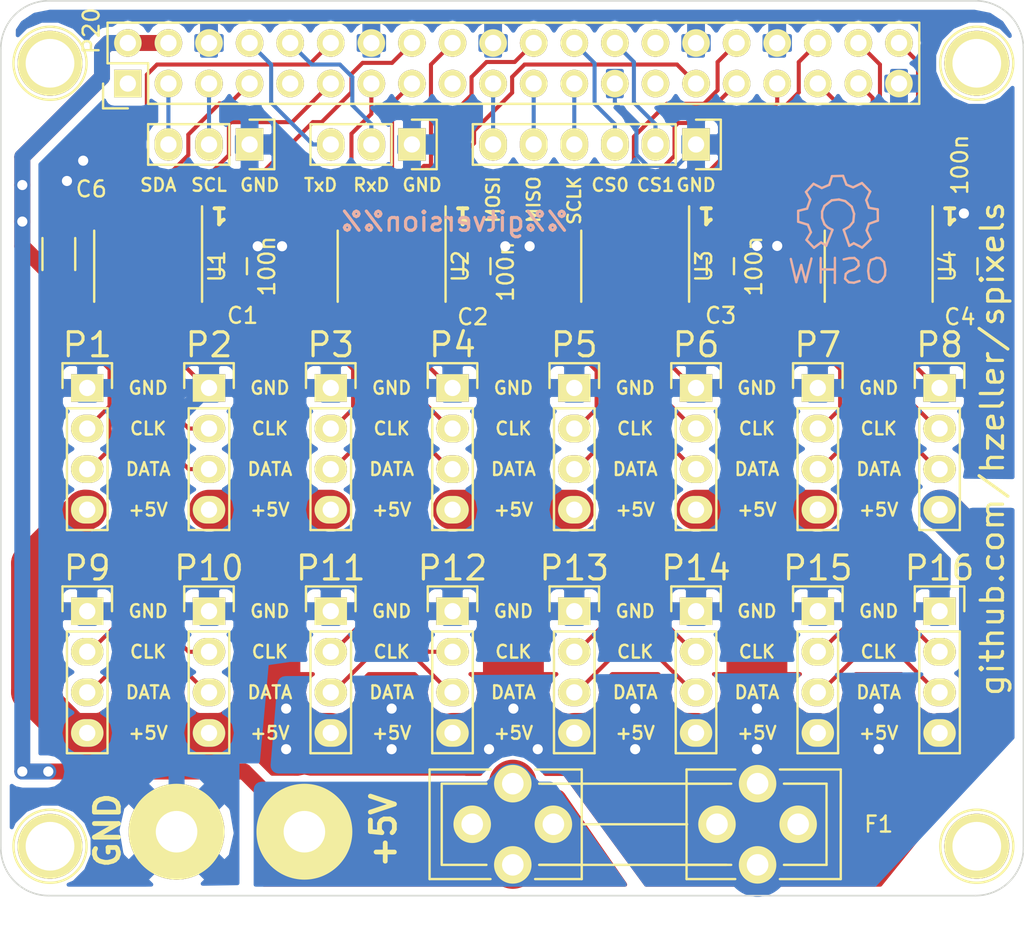
<source format=kicad_pcb>
(kicad_pcb (version 20241229) (generator "pcbnew") (generator_version "9.0")
  (layers (0 "F.Cu" signal) (2 "B.Cu" signal) (13 "F.Paste" user) (15 "B.Paste" user) (5 "F.SilkS" user) (7 "B.SilkS" user) (1 "F.Mask" user) (3 "B.Mask" user) (25 "Edge.Cuts" user))
  (net 0 "")
  (net 1 "VCC")
  (net 2 "GND")
  (net 3 "clock")
  (net 4 "Net-(P20-Pad10)")
  (net 5 "Net-(P20-Pad3)")
  (net 6 "Net-(P20-Pad5)")
  (net 7 "D1")
  (net 8 "D2")
  (net 9 "D3")
  (net 10 "D5")
  (net 11 "D4")
  (net 12 "D6")
  (net 13 "D7")
  (net 14 "D9")
  (net 15 "D8")
  (net 16 "D11")
  (net 17 "D10")
  (net 18 "D12")
  (net 19 "D13")
  (net 20 "D15")
  (net 21 "D14")
  (net 22 "D16")
  (net 23 "Net-(P2-Pad2)")
  (net 24 "Net-(P2-Pad3)")
  (net 25 "Net-(P10-Pad2)")
  (net 26 "Net-(P10-Pad3)")
  (net 27 "Net-(P9-Pad2)")
  (net 28 "Net-(P9-Pad3)")
  (net 29 "Net-(P1-Pad2)")
  (net 30 "Net-(P1-Pad3)")
  (net 31 "Net-(P4-Pad2)")
  (net 32 "Net-(P4-Pad3)")
  (net 33 "Net-(P12-Pad2)")
  (net 34 "Net-(P12-Pad3)")
  (net 35 "Net-(P11-Pad2)")
  (net 36 "Net-(P11-Pad3)")
  (net 37 "Net-(P3-Pad2)")
  (net 38 "Net-(P3-Pad3)")
  (net 39 "Net-(P6-Pad2)")
  (net 40 "Net-(P6-Pad3)")
  (net 41 "Net-(P14-Pad2)")
  (net 42 "Net-(P14-Pad3)")
  (net 43 "Net-(P13-Pad2)")
  (net 44 "Net-(P13-Pad3)")
  (net 45 "Net-(P5-Pad2)")
  (net 46 "Net-(P5-Pad3)")
  (net 47 "Net-(P8-Pad2)")
  (net 48 "Net-(P8-Pad3)")
  (net 49 "Net-(P16-Pad2)")
  (net 50 "Net-(P16-Pad3)")
  (net 51 "Net-(P15-Pad2)")
  (net 52 "Net-(P15-Pad3)")
  (net 53 "Net-(P7-Pad2)")
  (net 54 "Net-(P7-Pad3)")
  (net 55 "Fused5V")
  (net 56 "CS0")
  (net 57 "CS1")
  (net 58 "/MOSI")
  (net 59 "/MISO")
  (net 60 "/SCLK")
  (net 61 "Net-(P20-Pad8)")
  (footprint "Capacitors_SMD:C_0805_HandSoldering" (layer "F.Cu") (at 114.554 54.61 90)
    (property "Reference" "C1")
    (property "Value" "100n")
  )
  (footprint "Capacitors_SMD:C_0805_HandSoldering" (layer "F.Cu") (at 129.794 54.61 90)
    (property "Reference" "C2")
    (property "Value" "100n")
  )
  (footprint "Capacitors_SMD:C_0805_HandSoldering" (layer "F.Cu") (at 145.034 54.61 90)
    (property "Reference" "C3")
    (property "Value" "100n")
  )
  (footprint "Capacitors_SMD:C_0805_HandSoldering" (layer "F.Cu") (at 160.274 54.61 90)
    (property "Reference" "C4")
    (property "Value" "100n")
  )
  (footprint "Pin_Headers:Pin_Header_Straight_2x20" (layer "F.Cu") (at 107.95 43.18 90)
    (property "Reference" "P20")
    (property "Value" "CONN_02X20" (hide yes))
  )
  (footprint "Connect:1pin" (layer "F.Cu") (at 103.08 41.91)
    (property "Reference" "P40" (hide yes))
    (property "Value" "CONN_01X01" (hide yes))
  )
  (footprint "Connect:1pin" (layer "F.Cu") (at 161.08 41.91)
    (property "Reference" "P41" (hide yes))
    (property "Value" "CONN_01X01" (hide yes))
  )
  (footprint "Capacitors_SMD:C_1206_HandSoldering" (layer "F.Cu") (at 103.632 53.848 90)
    (property "Reference" "C6")
    (property "Value" "22u")
  )
  (footprint "Pin_Headers:Pin_Header_Straight_1x01" (layer "F.Cu") (at 119 90 90)
    (property "Reference" "P30" (hide yes))
    (property "Value" "+5V")
  )
  (footprint "Pin_Headers:Pin_Header_Straight_1x01" (layer "F.Cu") (at 111 90 90)
    (property "Reference" "P31" (hide yes))
    (property "Value" "GND")
  )
  (footprint "Pin_Headers:Pin_Header_Straight_1x06" (layer "F.Cu") (at 143.51 46.99 -90)
    (property "Reference" "P22" (hide yes))
    (property "Value" "CONN_01X06")
  )
  (footprint "Pin_Headers:Pin_Header_Straight_1x03" (layer "F.Cu") (at 115.57 46.99 -90)
    (property "Reference" "P21" (hide yes))
    (property "Value" "CONN_01X03")
  )
  (footprint "Pin_Headers:Pin_Header_Straight_1x03" (layer "F.Cu") (at 125.73 46.99 -90)
    (property "Reference" "P23" (hide yes))
    (property "Value" "CONN_01X03")
  )
  (footprint "Pin_Headers:Pin_Header_Straight_1x04" (layer "F.Cu") (at 113.03 62.23)
    (property "Reference" "P2")
    (property "Value" "CONN_01X04")
  )
  (footprint "Pin_Headers:Pin_Header_Straight_1x04" (layer "F.Cu") (at 113.03 76.2)
    (property "Reference" "P10")
    (property "Value" "CONN_01X04")
  )
  (footprint "Pin_Headers:Pin_Header_Straight_1x04" (layer "F.Cu") (at 105.41 76.2)
    (property "Reference" "P9")
    (property "Value" "CONN_01X04")
  )
  (footprint "Pin_Headers:Pin_Header_Straight_1x04" (layer "F.Cu") (at 105.41 62.23)
    (property "Reference" "P1")
    (property "Value" "CONN_01X04")
  )
  (footprint "Pin_Headers:Pin_Header_Straight_1x04" (layer "F.Cu") (at 128.27 62.23)
    (property "Reference" "P4")
    (property "Value" "CONN_01X04")
  )
  (footprint "Pin_Headers:Pin_Header_Straight_1x04" (layer "F.Cu") (at 128.27 76.2)
    (property "Reference" "P12")
    (property "Value" "CONN_01X04")
  )
  (footprint "Pin_Headers:Pin_Header_Straight_1x04" (layer "F.Cu") (at 120.65 76.2)
    (property "Reference" "P11")
    (property "Value" "CONN_01X04")
  )
  (footprint "Pin_Headers:Pin_Header_Straight_1x04" (layer "F.Cu") (at 120.65 62.23)
    (property "Reference" "P3")
    (property "Value" "CONN_01X04")
  )
  (footprint "Pin_Headers:Pin_Header_Straight_1x04" (layer "F.Cu") (at 143.51 62.23)
    (property "Reference" "P6")
    (property "Value" "CONN_01X04")
  )
  (footprint "Pin_Headers:Pin_Header_Straight_1x04" (layer "F.Cu") (at 143.51 76.2)
    (property "Reference" "P14")
    (property "Value" "CONN_01X04")
  )
  (footprint "Pin_Headers:Pin_Header_Straight_1x04" (layer "F.Cu") (at 135.89 76.2)
    (property "Reference" "P13")
    (property "Value" "CONN_01X04")
  )
  (footprint "Pin_Headers:Pin_Header_Straight_1x04" (layer "F.Cu") (at 135.89 62.23)
    (property "Reference" "P5")
    (property "Value" "CONN_01X04")
  )
  (footprint "Pin_Headers:Pin_Header_Straight_1x04" (layer "F.Cu") (at 158.75 62.23)
    (property "Reference" "P8")
    (property "Value" "CONN_01X04")
  )
  (footprint "Pin_Headers:Pin_Header_Straight_1x04" (layer "F.Cu") (at 158.75 76.2)
    (property "Reference" "P16")
    (property "Value" "CONN_01X04")
  )
  (footprint "Pin_Headers:Pin_Header_Straight_1x04" (layer "F.Cu") (at 151.13 76.2)
    (property "Reference" "P15")
    (property "Value" "CONN_01X04")
  )
  (footprint "Pin_Headers:Pin_Header_Straight_1x04" (layer "F.Cu") (at 151.13 62.23)
    (property "Reference" "P7")
    (property "Value" "CONN_01X04")
  )
  (footprint "Housings_SSOP:TSSOP-20_4.4x6.5mm_Pitch0.65mm" (layer "F.Cu") (at 109.22 54.61 -90)
    (property "Reference" "U1")
    (property "Value" "74HCT245")
  )
  (footprint "Housings_SSOP:TSSOP-20_4.4x6.5mm_Pitch0.65mm" (layer "F.Cu") (at 124.46 54.61 -90)
    (property "Reference" "U2")
    (property "Value" "74HCT245")
  )
  (footprint "Housings_SSOP:TSSOP-20_4.4x6.5mm_Pitch0.65mm" (layer "F.Cu") (at 139.7 54.61 -90)
    (property "Reference" "U3")
    (property "Value" "74HCT245")
  )
  (footprint "Housings_SSOP:TSSOP-20_4.4x6.5mm_Pitch0.65mm" (layer "F.Cu") (at 154.94 54.61 -90)
    (property "Reference" "U4")
    (property "Value" "74HCT245")
  )
  (footprint "Connect:1pin" (layer "F.Cu") (at 103.08 90.91)
    (property "Reference" "P40" (hide yes))
    (property "Value" "CONN_01X01" (hide yes))
  )
  (footprint "Connect:1pin" (layer "F.Cu") (at 161.08 90.91)
    (property "Reference" "P43" (hide yes))
    (property "Value" "CONN_01X01" (hide yes))
  )
  (footprint "Fuse_Holders_and_Fuses:Fuseholder5x20_horiz_open_universal_Type-III" (layer "F.Cu") (at 139.7 89.535)
    (property "Reference" "F1")
    (property "Value" "FUSE")
  )
  (footprint "Symbols:Symbol_OSHW-Logo_SilkScreen" (layer "B.Cu") (at 152.4 51.435 180)
    (property "Reference" "REF**" (hide yes))
    (property "Value" "Symbol_OSHW-Logo_SilkScreen" (hide yes))
  )
  (gr_line (start 100 91) (end 100 41) (stroke (width 0.1)) (layer "Edge.Cuts"))
  (gr_line (start 164 41) (end 164 91) (stroke (width 0.1)) (layer "Edge.Cuts"))
  (gr_line (start 161 94) (end 103 94) (stroke (width 0.1)) (layer "Edge.Cuts"))
  (gr_line (start 103 38) (end 161 38) (stroke (width 0.1)) (layer "Edge.Cuts"))
  (gr_arc (start 164 91) (mid 163.12132 93.12132) (end 161 94) (stroke (width 0.1)) (layer "Edge.Cuts"))
  (gr_arc (start 100 41) (mid 100.87868 38.87868) (end 103 38) (stroke (width 0.1)) (layer "Edge.Cuts"))
  (gr_arc (start 103 94) (mid 100.87868 93.12132) (end 100 91) (stroke (width 0.1)) (layer "Edge.Cuts"))
  (gr_arc (start 161 38) (mid 163.12132 38.87868) (end 164 41) (stroke (width 0.1)) (layer "Edge.Cuts"))
  (gr_text "RxD" (at 123.19 49.53 0) (layer "F.SilkS") (effects (font (size 0.8 0.8))))
  (gr_text "SDA" (at 109.855 49.53 0) (layer "F.SilkS") (effects (font (size 0.8 0.8))))
  (gr_text "SCL" (at 113.03 49.53 0) (layer "F.SilkS") (effects (font (size 0.8 0.8))))
  (gr_text "GND" (at 116.205 49.53 0) (layer "F.SilkS") (effects (font (size 0.8 0.8))))
  (gr_text "GND" (at 126.365 49.53 0) (layer "F.SilkS") (effects (font (size 0.8 0.8))))
  (gr_text "MOSI" (at 130.81 48.895 90) (layer "F.SilkS") (effects (font (size 0.8 0.8)) (justify right)))
  (gr_text "MISO\n" (at 133.35 48.895 90) (layer "F.SilkS") (effects (font (size 0.8 0.8)) (justify right)))
  (gr_text "SCLK\n" (at 135.89 48.895 90) (layer "F.SilkS") (effects (font (size 0.8 0.8)) (justify right)))
  (gr_text "CS0" (at 139.3952 49.53 0) (layer "F.SilkS") (effects (font (size 0.8 0.8)) (justify right)))
  (gr_text "CS1" (at 142.24 49.53 0) (layer "F.SilkS") (effects (font (size 0.8 0.8)) (justify right)))
  (gr_text "GND" (at 144.8308 49.53 0) (layer "F.SilkS") (effects (font (size 0.8 0.8)) (justify right)))
  (gr_text "GND" (at 116.84 62.23 0) (layer "F.SilkS") (effects (font (size 0.8 0.8))))
  (gr_text "CLK" (at 116.84 64.77 0) (layer "F.SilkS") (effects (font (size 0.8 0.8))))
  (gr_text "DATA" (at 116.84 67.31 0) (layer "F.SilkS") (effects (font (size 0.8 0.8))))
  (gr_text "+5V" (at 116.84 69.85 0) (layer "F.SilkS") (effects (font (size 0.8 0.8))))
  (gr_text "GND" (at 116.84 76.2 0) (layer "F.SilkS") (effects (font (size 0.8 0.8))))
  (gr_text "+5V" (at 116.84 83.82 0) (layer "F.SilkS") (effects (font (size 0.8 0.8))))
  (gr_text "DATA" (at 116.84 81.28 0) (layer "F.SilkS") (effects (font (size 0.8 0.8))))
  (gr_text "CLK" (at 116.84 78.74 0) (layer "F.SilkS") (effects (font (size 0.8 0.8))))
  (gr_text "GND" (at 132.08 76.2 0) (layer "F.SilkS") (effects (font (size 0.8 0.8))))
  (gr_text "+5V" (at 132.08 83.82 0) (layer "F.SilkS") (effects (font (size 0.8 0.8))))
  (gr_text "DATA" (at 132.08 81.28 0) (layer "F.SilkS") (effects (font (size 0.8 0.8))))
  (gr_text "CLK" (at 132.08 78.74 0) (layer "F.SilkS") (effects (font (size 0.8 0.8))))
  (gr_text "GND" (at 132.08 62.23 0) (layer "F.SilkS") (effects (font (size 0.8 0.8))))
  (gr_text "+5V" (at 132.08 69.85 0) (layer "F.SilkS") (effects (font (size 0.8 0.8))))
  (gr_text "DATA" (at 132.08 67.31 0) (layer "F.SilkS") (effects (font (size 0.8 0.8))))
  (gr_text "CLK" (at 132.08 64.77 0) (layer "F.SilkS") (effects (font (size 0.8 0.8))))
  (gr_text "GND" (at 147.32 62.23 0) (layer "F.SilkS") (effects (font (size 0.8 0.8))))
  (gr_text "+5V" (at 147.32 69.85 0) (layer "F.SilkS") (effects (font (size 0.8 0.8))))
  (gr_text "DATA" (at 147.32 67.31 0) (layer "F.SilkS") (effects (font (size 0.8 0.8))))
  (gr_text "CLK" (at 147.32 64.77 0) (layer "F.SilkS") (effects (font (size 0.8 0.8))))
  (gr_text "GND" (at 147.32 76.2 0) (layer "F.SilkS") (effects (font (size 0.8 0.8))))
  (gr_text "+5V" (at 147.32 83.82 0) (layer "F.SilkS") (effects (font (size 0.8 0.8))))
  (gr_text "DATA" (at 147.32 81.28 0) (layer "F.SilkS") (effects (font (size 0.8 0.8))))
  (gr_text "CLK" (at 147.32 78.74 0) (layer "F.SilkS") (effects (font (size 0.8 0.8))))
  (gr_text "GND" (at 154.94 76.2 0) (layer "F.SilkS") (effects (font (size 0.8 0.8))))
  (gr_text "+5V" (at 154.94 83.82 0) (layer "F.SilkS") (effects (font (size 0.8 0.8))))
  (gr_text "DATA" (at 154.94 81.28 0) (layer "F.SilkS") (effects (font (size 0.8 0.8))))
  (gr_text "CLK" (at 154.94 78.74 0) (layer "F.SilkS") (effects (font (size 0.8 0.8))))
  (gr_text "GND" (at 154.94 62.23 0) (layer "F.SilkS") (effects (font (size 0.8 0.8))))
  (gr_text "+5V" (at 154.94 69.85 0) (layer "F.SilkS") (effects (font (size 0.8 0.8))))
  (gr_text "DATA" (at 154.94 67.31 0) (layer "F.SilkS") (effects (font (size 0.8 0.8))))
  (gr_text "CLK" (at 154.94 64.77 0) (layer "F.SilkS") (effects (font (size 0.8 0.8))))
  (gr_text "GND" (at 124.46 62.23 0) (layer "F.SilkS") (effects (font (size 0.8 0.8))))
  (gr_text "+5V" (at 124.46 69.85 0) (layer "F.SilkS") (effects (font (size 0.8 0.8))))
  (gr_text "DATA" (at 124.46 67.31 0) (layer "F.SilkS") (effects (font (size 0.8 0.8))))
  (gr_text "CLK" (at 124.46 64.77 0) (layer "F.SilkS") (effects (font (size 0.8 0.8))))
  (gr_text "GND" (at 109.22 62.23 0) (layer "F.SilkS") (effects (font (size 0.8 0.8))))
  (gr_text "+5V" (at 109.22 69.85 0) (layer "F.SilkS") (effects (font (size 0.8 0.8))))
  (gr_text "DATA" (at 109.22 67.31 0) (layer "F.SilkS") (effects (font (size 0.8 0.8))))
  (gr_text "CLK" (at 109.22 64.77 0) (layer "F.SilkS") (effects (font (size 0.8 0.8))))
  (gr_text "GND" (at 109.22 76.2 0) (layer "F.SilkS") (effects (font (size 0.8 0.8))))
  (gr_text "+5V" (at 109.22 83.82 0) (layer "F.SilkS") (effects (font (size 0.8 0.8))))
  (gr_text "DATA" (at 109.22 81.28 0) (layer "F.SilkS") (effects (font (size 0.8 0.8))))
  (gr_text "CLK" (at 109.22 78.74 0) (layer "F.SilkS") (effects (font (size 0.8 0.8))))
  (gr_text "GND" (at 124.46 76.2 0) (layer "F.SilkS") (effects (font (size 0.8 0.8))))
  (gr_text "+5V" (at 124.46 83.82 0) (layer "F.SilkS") (effects (font (size 0.8 0.8))))
  (gr_text "DATA" (at 124.46 81.28 0) (layer "F.SilkS") (effects (font (size 0.8 0.8))))
  (gr_text "CLK" (at 124.46 78.74 0) (layer "F.SilkS") (effects (font (size 0.8 0.8))))
  (gr_text "GND" (at 139.7 76.2 0) (layer "F.SilkS") (effects (font (size 0.8 0.8))))
  (gr_text "+5V" (at 139.7 83.82 0) (layer "F.SilkS") (effects (font (size 0.8 0.8))))
  (gr_text "DATA" (at 139.7 81.28 0) (layer "F.SilkS") (effects (font (size 0.8 0.8))))
  (gr_text "CLK" (at 139.7 78.74 0) (layer "F.SilkS") (effects (font (size 0.8 0.8))))
  (gr_text "GND" (at 139.7 62.23 0) (layer "F.SilkS") (effects (font (size 0.8 0.8))))
  (gr_text "+5V" (at 139.7 69.85 0) (layer "F.SilkS") (effects (font (size 0.8 0.8))))
  (gr_text "DATA" (at 139.7 67.31 0) (layer "F.SilkS") (effects (font (size 0.8 0.8))))
  (gr_text "CLK" (at 139.7 64.77 0) (layer "F.SilkS") (effects (font (size 0.8 0.8))))
  (gr_text "+5V" (at 123.952 89.916 90) (layer "F.SilkS") (effects (font (size 1.5 1.5) (thickness 0.3))))
  (gr_text "1" (at 159.385 51.435 180) (layer "F.SilkS") (effects (font (size 1 1) (thickness 0.25))))
  (gr_text "GND\n" (at 106.68 89.916 90) (layer "F.SilkS") (effects (font (size 1.5 1.5) (thickness 0.3))))
  (gr_text "1" (at 113.665 51.435 180) (layer "F.SilkS") (effects (font (size 1 1) (thickness 0.25))))
  (gr_text "github.com/hzeller/spixels" (at 162.052 66.04 90) (layer "F.SilkS") (effects (font (size 1.4 1.5) (thickness 0.2))))
  (gr_text "1" (at 128.905 51.435 180) (layer "F.SilkS") (effects (font (size 1 1) (thickness 0.25))))
  (gr_text "1" (at 144.145 51.435 180) (layer "F.SilkS") (effects (font (size 1 1) (thickness 0.25))))
  (gr_text "TxD" (at 120.015 49.53 0) (layer "F.SilkS") (effects (font (size 0.8 0.8))))
  (gr_text "%%gitversion%%" (at 135.636 51.816 0) (layer "B.SilkS") (effects (font (size 1.2 1.2) (thickness 0.2)) (justify left mirror)))
  (segment (start 106.332399 41.036287) (end 106.728686 40.64) (width 1) (layer "F.Cu") (net 1))
  (segment (start 103.632 55.848) (end 103.632 55.648) (width 1) (layer "F.Cu") (net 1))
  (segment (start 127.385 55.983) (end 127.385 57.56) (width 0.3048) (layer "F.Cu") (net 1))
  (segment (start 127.385 51.66) (end 127.385 55.737) (width 0.3048) (layer "F.Cu") (net 1))
  (segment (start 106.728686 40.64) (end 107.95 40.64) (width 1) (layer "F.Cu") (net 1))
  (segment (start 127.508 55.86) (end 129.794 55.86) (width 1) (layer "F.Cu") (net 1))
  (segment (start 157.988 55.86) (end 160.274 55.86) (width 1) (layer "F.Cu") (net 1))
  (segment (start 103.632 55.648) (end 101.346 53.362) (width 1) (layer "F.Cu") (net 1))
  (segment (start 132.0419 92.075) (end 129.5019 89.535) (width 2.5) (layer "F.Cu") (net 1))
  (segment (start 101.346 53.362) (end 101.346 51.816) (width 1) (layer "F.Cu") (net 1))
  (segment (start 112.145 55.979) (end 112.014 55.848) (width 0.3048) (layer "F.Cu") (net 1))
  (segment (start 116.179 55.86) (end 127.508 55.86) (width 1) (layer "F.Cu") (net 1))
  (segment (start 129.5019 89.535) (end 132.0419 86.995) (width 2.5) (layer "F.Cu") (net 1))
  (segment (start 114.554 55.86) (end 116.179 55.86) (width 1) (layer "F.Cu") (net 1))
  (segment (start 101.346 47.767282) (end 106.332399 42.780883) (width 1) (layer "F.Cu") (net 1))
  (segment (start 146.659 55.86) (end 157.988 55.86) (width 1) (layer "F.Cu") (net 1))
  (segment (start 112.145 57.56) (end 112.145 55.979) (width 0.3048) (layer "F.Cu") (net 1))
  (segment (start 129.794 55.86) (end 142.748 55.86) (width 1) (layer "F.Cu") (net 1))
  (segment (start 132.0419 86.995) (end 132.0419 92.075) (width 3) (layer "F.Cu") (net 1))
  (segment (start 157.988 55.86) (end 157.865 55.983) (width 0.3048) (layer "F.Cu") (net 1))
  (segment (start 101.346 49.53) (end 101.346 47.767282) (width 1) (layer "F.Cu") (net 1))
  (segment (start 106.332399 42.780883) (end 106.332399 41.036287) (width 1) (layer "F.Cu") (net 1))
  (segment (start 127.508 55.86) (end 127.385 55.983) (width 0.3048) (layer "F.Cu") (net 1))
  (segment (start 114.542 55.848) (end 114.554 55.86) (width 1) (layer "F.Cu") (net 1))
  (segment (start 142.625 51.66) (end 142.625 55.737) (width 0.3048) (layer "F.Cu") (net 1))
  (segment (start 101.346 49.53) (end 101.346 51.816) (width 1) (layer "F.Cu") (net 1))
  (segment (start 132.0419 86.995) (end 134.5819 89.535) (width 2.5) (layer "F.Cu") (net 1))
  (segment (start 112.145 55.717) (end 112.014 55.848) (width 0.3048) (layer "F.Cu") (net 1))
  (segment (start 107.95 40.64) (end 110.49 40.64) (width 1) (layer "F.Cu") (net 1))
  (segment (start 127.385 55.737) (end 127.508 55.86) (width 0.3048) (layer "F.Cu") (net 1))
  (segment (start 115.233 86.233) (end 101.346 86.233) (width 1) (layer "F.Cu") (net 1))
  (segment (start 142.625 55.983) (end 142.625 57.56) (width 0.3048) (layer "F.Cu") (net 1))
  (segment (start 119 90) (end 115.233 86.233) (width 1) (layer "F.Cu") (net 1))
  (segment (start 142.748 55.86) (end 142.625 55.983) (width 0.3048) (layer "F.Cu") (net 1))
  (segment (start 112.014 55.848) (end 114.542 55.848) (width 1) (layer "F.Cu") (net 1))
  (segment (start 119 90) (end 129.0369 90) (width 6) (layer "F.Cu") (net 1))
  (segment (start 142.748 55.86) (end 145.034 55.86) (width 1) (layer "F.Cu") (net 1))
  (segment (start 134.5819 89.535) (end 132.0419 92.075) (width 2.5) (layer "F.Cu") (net 1))
  (segment (start 157.865 55.737) (end 157.988 55.86) (width 0.3048) (layer "F.Cu") (net 1))
  (segment (start 112.145 51.66) (end 112.145 55.717) (width 0.3048) (layer "F.Cu") (net 1))
  (segment (start 145.034 55.86) (end 146.659 55.86) (width 1) (layer "F.Cu") (net 1))
  (segment (start 157.865 51.66) (end 157.865 55.737) (width 0.3048) (layer "F.Cu") (net 1))
  (segment (start 157.865 55.983) (end 157.865 57.56) (width 0.3048) (layer "F.Cu") (net 1))
  (segment (start 103.632 55.848) (end 112.014 55.848) (width 1) (layer "F.Cu") (net 1))
  (segment (start 142.625 55.737) (end 142.748 55.86) (width 0.3048) (layer "F.Cu") (net 1))
  (via (at 102.9716 86.233) (size 0.889) (drill 0.635) (layers "F.Cu" "B.Cu") (net 1))
  (via (at 101.346 49.53) (size 0.889) (drill 0.635) (layers "F.Cu" "B.Cu") (net 1))
  (via (at 101.346 51.816) (size 0.889) (drill 0.635) (layers "F.Cu" "B.Cu") (net 1))
  (via (at 101.346 86.233) (size 0.889) (drill 0.635) (layers "F.Cu" "B.Cu") (net 1))
  (segment (start 106.728686 40.64) (end 107.95 40.64) (width 1) (layer "B.Cu") (net 1))
  (segment (start 106.332399 42.780883) (end 106.332399 41.036287) (width 1) (layer "B.Cu") (net 1))
  (segment (start 132.0419 92.075) (end 134.5819 89.535) (width 2.5) (layer "B.Cu") (net 1))
  (segment (start 134.5819 89.535) (end 129.5019 89.535) (width 3) (layer "B.Cu") (net 1))
  (segment (start 101.346 47.767282) (end 106.332399 42.780883) (width 1) (layer "B.Cu") (net 1))
  (segment (start 101.346 86.233) (end 102.9716 86.233) (width 1) (layer "B.Cu") (net 1))
  (segment (start 134.5819 89.535) (end 132.0419 86.995) (width 2.5) (layer "B.Cu") (net 1))
  (segment (start 129.5019 89.535) (end 132.0419 92.075) (width 2.5) (layer "B.Cu") (net 1))
  (segment (start 106.332399 41.036287) (end 106.728686 40.64) (width 1) (layer "B.Cu") (net 1))
  (segment (start 129.0369 90) (end 129.5019 89.535) (width 4) (layer "B.Cu") (net 1))
  (segment (start 132.0419 86.995) (end 129.5019 89.535) (width 2.5) (layer "B.Cu") (net 1))
  (segment (start 119 90) (end 129.0369 90) (width 6) (layer "B.Cu") (net 1))
  (segment (start 101.346 86.233) (end 101.346 47.767282) (width 1) (layer "B.Cu") (net 1))
  (segment (start 160.274 53.36) (end 160.274 51.308) (width 1) (layer "F.Cu") (net 2))
  (segment (start 150.114 53.34) (end 151.685999 51.768001) (width 1) (layer "F.Cu") (net 2))
  (segment (start 104.14 49.022) (end 105.156 48.006) (width 1) (layer "F.Cu") (net 2))
  (segment (start 103.632 51.848) (end 105.886 51.848) (width 1) (layer "F.Cu") (net 2))
  (segment (start 136.3 51.66) (end 136.445999 51.66) (width 1) (layer "F.Cu") (net 2))
  (segment (start 112.8776 62.23) (end 113.03 62.23) (width 0.254) (layer "F.Cu") (net 2))
  (segment (start 105.886 51.848) (end 105.965999 51.768001) (width 1) (layer "F.Cu") (net 2))
  (segment (start 103.632 51.848) (end 103.632 49.784) (width 1) (layer "F.Cu") (net 2))
  (segment (start 148.59 53.34) (end 150.114 53.34) (width 1) (layer "F.Cu") (net 2))
  (segment (start 119.3052 53.36) (end 117.602 53.36) (width 1) (layer "F.Cu") (net 2))
  (segment (start 128.1176 62.23) (end 128.27 62.23) (width 0.254) (layer "F.Cu") (net 2))
  (segment (start 120.5952 52.07) (end 120.3412 52.324) (width 0.3048) (layer "F.Cu") (net 2))
  (segment (start 129.794 53.36) (end 131.572 53.36) (width 1) (layer "F.Cu") (net 2))
  (segment (start 120.3412 52.324) (end 119.3052 53.36) (width 1) (layer "F.Cu") (net 2))
  (segment (start 147.3 53.36) (end 147.32 53.34) (width 1) (layer "F.Cu") (net 2))
  (segment (start 111.495 60.8474) (end 112.8776 62.23) (width 0.254) (layer "F.Cu") (net 2))
  (segment (start 111.495 57.56) (end 111.495 60.8474) (width 0.254) (layer "F.Cu") (net 2))
  (segment (start 158.5976 62.23) (end 158.75 62.23) (width 0.254) (layer "F.Cu") (net 2))
  (segment (start 143.3576 62.23) (end 143.51 62.23) (width 0.254) (layer "F.Cu") (net 2))
  (segment (start 134.6 53.36) (end 136.3 51.66) (width 1) (layer "F.Cu") (net 2))
  (segment (start 157.215 60.8474) (end 158.5976 62.23) (width 0.254) (layer "F.Cu") (net 2))
  (segment (start 147.32 53.34) (end 148.59 53.34) (width 1) (layer "F.Cu") (net 2))
  (segment (start 103.632 49.784) (end 104.14 49.276) (width 1) (layer "F.Cu") (net 2))
  (segment (start 141.975 60.8474) (end 143.3576 62.23) (width 0.254) (layer "F.Cu") (net 2))
  (segment (start 131.572 53.36) (end 133.096 53.36) (width 1) (layer "F.Cu") (net 2))
  (segment (start 157.215 57.56) (end 157.215 60.8474) (width 0.254) (layer "F.Cu") (net 2))
  (segment (start 126.735 60.8474) (end 128.1176 62.23) (width 0.254) (layer "F.Cu") (net 2))
  (segment (start 136.775 52.16) (end 136.775 51.66) (width 0.3048) (layer "F.Cu") (net 2))
  (segment (start 121.535 51.66) (end 121.158 51.66) (width 0.3048) (layer "F.Cu") (net 2))
  (segment (start 121.0052 51.66) (end 120.5952 52.07) (width 1) (layer "F.Cu") (net 2))
  (segment (start 151.794 51.66) (end 151.685999 51.768001) (width 0.254) (layer "F.Cu") (net 2))
  (segment (start 104.14 49.276) (end 104.14 49.022) (width 1) (layer "F.Cu") (net 2))
  (segment (start 146.659 53.36) (end 147.3 53.36) (width 1) (layer "F.Cu") (net 2))
  (segment (start 133.096 53.36) (end 134.6 53.36) (width 1) (layer "F.Cu") (net 2))
  (segment (start 106.074 51.66) (end 105.886 51.848) (width 0.3048) (layer "F.Cu") (net 2))
  (segment (start 145.034 53.36) (end 146.659 53.36) (width 1) (layer "F.Cu") (net 2))
  (segment (start 117.602 53.36) (end 116.078 53.36) (width 1) (layer "F.Cu") (net 2))
  (segment (start 152.015 51.66) (end 151.794 51.66) (width 0.254) (layer "F.Cu") (net 2))
  (segment (start 121.158 51.66) (end 121.0052 51.66) (width 1) (layer "F.Cu") (net 2))
  (segment (start 114.554 53.36) (end 116.078 53.36) (width 1) (layer "F.Cu") (net 2))
  (segment (start 106.295 51.66) (end 106.074 51.66) (width 0.3048) (layer "F.Cu") (net 2))
  (segment (start 141.975 60.8474) (end 141.975 57.56) (width 0.254) (layer "F.Cu") (net 2))
  (segment (start 126.735 57.56) (end 126.735 60.8474) (width 0.254) (layer "F.Cu") (net 2))
  (via (at 105.156 48.006) (size 0.889) (drill 0.635) (layers "F.Cu" "B.Cu") (net 2))
  (via (at 147.32 53.34) (size 0.889) (drill 0.635) (layers "F.Cu" "B.Cu") (net 2))
  (via (at 133.096 53.36) (size 0.889) (drill 0.635) (layers "F.Cu" "B.Cu") (net 2))
  (via (at 104.14 49.276) (size 0.889) (drill 0.635) (layers "F.Cu" "B.Cu") (net 2))
  (via (at 148.59 53.34) (size 0.889) (drill 0.635) (layers "F.Cu" "B.Cu") (net 2))
  (via (at 117.602 53.36) (size 0.889) (drill 0.635) (layers "F.Cu" "B.Cu") (net 2))
  (via (at 116.078 53.36) (size 0.889) (drill 0.635) (layers "F.Cu" "B.Cu") (net 2))
  (via (at 131.572 53.36) (size 0.889) (drill 0.635) (layers "F.Cu" "B.Cu") (net 2))
  (via (at 160.274 51.308) (size 0.889) (drill 0.635) (layers "F.Cu" "B.Cu") (net 2))
  (segment (start 111 86) (end 111 90) (width 1) (layer "B.Cu") (net 2))
  (segment (start 138.43 44.401314) (end 139.77939 45.750704) (width 0.254) (layer "B.Cu") (net 2))
  (segment (start 120.65 76.2) (end 128.27 76.2) (width 1) (layer "B.Cu") (net 2))
  (segment (start 128.27 76.2) (end 135.89 76.2) (width 1) (layer "B.Cu") (net 2))
  (segment (start 109.22 76.2) (end 109.22 84.455) (width 1) (layer "B.Cu") (net 2))
  (segment (start 135.89 62.23) (end 143.51 62.23) (width 1) (layer "B.Cu") (net 2))
  (segment (start 140.476834 48.33301) (end 142.31939 48.33301) (width 0.254) (layer "B.Cu") (net 2))
  (segment (start 104.14 49.276) (end 104.902 48.514) (width 1) (layer "B.Cu") (net 2))
  (segment (start 143.51 47.1424) (end 143.51 46.99) (width 0.254) (layer "B.Cu") (net 2))
  (segment (start 143.51 62.23) (end 151.13 62.23) (width 1) (layer "B.Cu") (net 2))
  (segment (start 160.274 51.308) (end 160.782 51.308) (width 1) (layer "B.Cu") (net 2))
  (segment (start 105.41 62.23) (end 113.03 62.23) (width 1) (layer "B.Cu") (net 2))
  (segment (start 109.22 84.455) (end 109.455 84.455) (width 1) (layer "B.Cu") (net 2))
  (segment (start 139.77939 45.750704) (end 139.77939 47.635566) (width 0.254) (layer "B.Cu") (net 2))
  (segment (start 109.455 84.455) (end 111 86) (width 1) (layer "B.Cu") (net 2))
  (segment (start 151.13 62.23) (end 158.75 62.23) (width 1) (layer "B.Cu") (net 2))
  (segment (start 128.27 62.23) (end 135.89 62.23) (width 1) (layer "B.Cu") (net 2))
  (segment (start 112.8776 62.23) (end 109.22 65.8876) (width 1) (layer "B.Cu") (net 2))
  (segment (start 139.77939 47.635566) (end 140.476834 48.33301) (width 0.254) (layer "B.Cu") (net 2))
  (segment (start 151.13 76.2) (end 158.75 76.2) (width 1) (layer "B.Cu") (net 2))
  (segment (start 143.51 76.2) (end 151.13 76.2) (width 1) (layer "B.Cu") (net 2))
  (segment (start 120.65 62.23) (end 128.27 62.23) (width 1) (layer "B.Cu") (net 2))
  (segment (start 109.22 65.8876) (end 109.22 76.2) (width 1) (layer "B.Cu") (net 2))
  (segment (start 135.89 76.2) (end 143.51 76.2) (width 1) (layer "B.Cu") (net 2))
  (segment (start 142.31939 48.33301) (end 143.51 47.1424) (width 0.254) (layer "B.Cu") (net 2))
  (segment (start 138.43 43.18) (end 138.43 44.401314) (width 0.254) (layer "B.Cu") (net 2))
  (segment (start 113.03 62.23) (end 120.65 62.23) (width 1) (layer "B.Cu") (net 2))
  (segment (start 113.03 62.23) (end 112.8776 62.23) (width 1) (layer "B.Cu") (net 2))
  (segment (start 109.22 76.2) (end 113.03 76.2) (width 1) (layer "B.Cu") (net 2))
  (segment (start 113.03 76.2) (end 120.65 76.2) (width 1) (layer "B.Cu") (net 2))
  (segment (start 104.902 48.514) (end 105.664 48.514) (width 1) (layer "B.Cu") (net 2))
  (segment (start 105.41 76.2) (end 109.22 76.2) (width 1) (layer "B.Cu") (net 2))
  (segment (start 122.064801 50.553999) (end 122.185 50.674198) (width 0.254) (layer "F.Cu") (net 3))
  (segment (start 141.975 50.681) (end 142.102001 50.553999) (width 0.254) (layer "F.Cu") (net 3))
  (segment (start 121.94539 50.434588) (end 122.185 50.674198) (width 0.254) (layer "F.Cu") (net 3))
  (segment (start 153.965 51.66) (end 153.965 52.639) (width 0.254) (layer "F.Cu") (net 3))
  (segment (start 141.975 52.645802) (end 141.975 52.639) (width 0.254) (layer "F.Cu") (net 3))
  (segment (start 141.204602 53.4162) (end 141.975 52.645802) (width 0.254) (layer "F.Cu") (net 3))
  (segment (start 111.495 52.639) (end 111.495 51.66) (width 0.254) (layer "F.Cu") (net 3))
  (segment (start 106.945 51.66) (end 106.945 52.639) (width 0.254) (layer "F.Cu") (net 3))
  (segment (start 123.19 43.18) (end 123.19 45.077456) (width 0.254) (layer "F.Cu") (net 3))
  (segment (start 140.675 51.66) (end 140.675 52.639) (width 0.254) (layer "F.Cu") (net 3))
  (segment (start 156.387 53.467) (end 157.215 52.639) (width 0.254) (layer "F.Cu") (net 3))
  (segment (start 111.495 50.681) (end 111.622001 50.553999) (width 0.254) (layer "F.Cu") (net 3))
  (segment (start 153.493 53.467) (end 153.9748 53.467) (width 0.254) (layer "F.Cu") (net 3))
  (segment (start 122.185 50.674198) (end 122.185 50.681) (width 0.254) (layer "F.Cu") (net 3))
  (segment (start 140.6906 52.6546) (end 140.6906 53.4162) (width 0.254) (layer "F.Cu") (net 3))
  (segment (start 155.9052 52.6488) (end 155.9052 53.467) (width 0.254) (layer "F.Cu") (net 3))
  (segment (start 111.495 52.645802) (end 111.495 52.639) (width 0.254) (layer "F.Cu") (net 3))
  (segment (start 110.195 51.66) (end 110.195 52.639) (width 0.254) (layer "F.Cu") (net 3))
  (segment (start 123.4948 53.3654) (end 125.4506 53.3654) (width 0.254) (layer "F.Cu") (net 3))
  (segment (start 107.646 53.34) (end 108.2548 53.34) (width 0.254) (layer "F.Cu") (net 3))
  (segment (start 157.215 52.639) (end 157.215 51.66) (width 0.254) (layer "F.Cu") (net 3))
  (segment (start 137.297999 50.553999) (end 137.425 50.681) (width 0.254) (layer "F.Cu") (net 3))
  (segment (start 126.862001 50.553999) (end 137.297999 50.553999) (width 0.254) (layer "F.Cu") (net 3))
  (segment (start 152.665 52.639) (end 152.665 51.66) (width 0.254) (layer "F.Cu") (net 3))
  (segment (start 138.7348 53.4162) (end 140.6906 53.4162) (width 0.254) (layer "F.Cu") (net 3))
  (segment (start 153.965 52.639) (end 153.9748 52.6488) (width 0.254) (layer "F.Cu") (net 3))
  (segment (start 141.975 51.66) (end 141.975 50.681) (width 0.254) (layer "F.Cu") (net 3))
  (segment (start 153.9748 52.6488) (end 153.9748 53.467) (width 0.254) (layer "F.Cu") (net 3))
  (segment (start 110.1852 53.34) (end 110.800802 53.34) (width 0.254) (layer "F.Cu") (net 3))
  (segment (start 152.665 50.742634) (end 152.665 51.66) (width 0.254) (layer "F.Cu") (net 3))
  (segment (start 140.6906 53.4162) (end 141.204602 53.4162) (width 0.254) (layer "F.Cu") (net 3))
  (segment (start 108.245 51.66) (end 108.245 53.3302) (width 0.254) (layer "F.Cu") (net 3))
  (segment (start 155.9052 53.467) (end 156.387 53.467) (width 0.254) (layer "F.Cu") (net 3))
  (segment (start 142.102001 50.553999) (end 152.476365 50.553999) (width 0.254) (layer "F.Cu") (net 3))
  (segment (start 106.945 52.639) (end 107.646 53.34) (width 0.254) (layer "F.Cu") (net 3))
  (segment (start 111.495 51.66) (end 111.495 50.681) (width 0.254) (layer "F.Cu") (net 3))
  (segment (start 125.435 53.3498) (end 125.4506 53.3654) (width 0.254) (layer "F.Cu") (net 3))
  (segment (start 122.185 50.681) (end 122.185 51.66) (width 0.254) (layer "F.Cu") (net 3))
  (segment (start 152.476365 50.553999) (end 152.665 50.742634) (width 0.254) (layer "F.Cu") (net 3))
  (segment (start 138.725 53.4064) (end 138.7348 53.4162) (width 0.254) (layer "F.Cu") (net 3))
  (segment (start 126.735 52.645802) (end 126.735 52.639) (width 0.254) (layer "F.Cu") (net 3))
  (segment (start 126.735 52.639) (end 126.735 51.66) (width 0.254) (layer "F.Cu") (net 3))
  (segment (start 137.425 52.639) (end 137.425 51.66) (width 0.254) (layer "F.Cu") (net 3))
  (segment (start 110.800802 53.34) (end 111.495 52.645802) (width 0.254) (layer "F.Cu") (net 3))
  (segment (start 152.665 52.639) (end 153.493 53.467) (width 0.254) (layer "F.Cu") (net 3))
  (segment (start 110.1852 52.6488) (end 110.1852 53.34) (width 0.254) (layer "F.Cu") (net 3))
  (segment (start 155.915 51.66) (end 155.915 52.639) (width 0.254) (layer "F.Cu") (net 3))
  (segment (start 122.9114 53.3654) (end 123.4948 53.3654) (width 0.254) (layer "F.Cu") (net 3))
  (segment (start 138.2022 53.4162) (end 138.7348 53.4162) (width 0.254) (layer "F.Cu") (net 3))
  (segment (start 126.735 50.681) (end 126.862001 50.553999) (width 0.254) (layer "F.Cu") (net 3))
  (segment (start 108.245 53.3302) (end 108.2548 53.34) (width 0.254) (layer "F.Cu") (net 3))
  (segment (start 153.9748 53.467) (end 155.9052 53.467) (width 0.254) (layer "F.Cu") (net 3))
  (segment (start 140.675 52.639) (end 140.6906 52.6546) (width 0.254) (layer "F.Cu") (net 3))
  (segment (start 137.425 52.639) (end 138.2022 53.4162) (width 0.254) (layer "F.Cu") (net 3))
  (segment (start 138.725 51.66) (end 138.725 53.4064) (width 0.254) (layer "F.Cu") (net 3))
  (segment (start 122.185 51.66) (end 122.185 52.639) (width 0.254) (layer "F.Cu") (net 3))
  (segment (start 125.435 51.66) (end 125.435 53.3498) (width 0.254) (layer "F.Cu") (net 3))
  (segment (start 108.2548 53.34) (end 110.1852 53.34) (width 0.254) (layer "F.Cu") (net 3))
  (segment (start 155.915 52.639) (end 155.9052 52.6488) (width 0.254) (layer "F.Cu") (net 3))
  (segment (start 121.94539 46.322066) (end 121.94539 50.434588) (width 0.254) (layer "F.Cu") (net 3))
  (segment (start 141.975 52.639) (end 141.975 51.66) (width 0.254) (layer "F.Cu") (net 3))
  (segment (start 137.425 50.681) (end 137.425 51.66) (width 0.254) (layer "F.Cu") (net 3))
  (segment (start 125.4506 53.3654) (end 126.015402 53.3654) (width 0.254) (layer "F.Cu") (net 3))
  (segment (start 110.195 52.639) (end 110.1852 52.6488) (width 0.254) (layer "F.Cu") (net 3))
  (segment (start 123.19 45.077456) (end 121.94539 46.322066) (width 0.254) (layer "F.Cu") (net 3))
  (segment (start 111.622001 50.553999) (end 122.064801 50.553999) (width 0.254) (layer "F.Cu") (net 3))
  (segment (start 122.185 52.639) (end 122.9114 53.3654) (width 0.254) (layer "F.Cu") (net 3))
  (segment (start 123.4948 52.6488) (end 123.4948 53.3654) (width 0.254) (layer "F.Cu") (net 3))
  (segment (start 123.485 51.66) (end 123.485 52.639) (width 0.254) (layer "F.Cu") (net 3))
  (segment (start 126.735 51.66) (end 126.735 50.681) (width 0.254) (layer "F.Cu") (net 3))
  (segment (start 123.485 52.639) (end 123.4948 52.6488) (width 0.254) (layer "F.Cu") (net 3))
  (segment (start 126.015402 53.3654) (end 126.735 52.645802) (width 0.254) (layer "F.Cu") (net 3))
  (segment (start 123.19 45.72) (end 123.19 46.99) (width 0.254) (layer "B.Cu") (net 4))
  (segment (start 121.221489 41.989399) (end 121.999399 42.767309) (width 0.254) (layer "B.Cu") (net 4))
  (segment (start 118.11 40.64) (end 119.459399 41.989399) (width 0.254) (layer "B.Cu") (net 4))
  (segment (start 119.459399 41.989399) (end 121.221489 41.989399) (width 0.254) (layer "B.Cu") (net 4))
  (segment (start 121.999399 42.767309) (end 121.999399 44.529399) (width 0.254) (layer "B.Cu") (net 4))
  (segment (start 121.999399 44.529399) (end 123.19 45.72) (width 0.254) (layer "B.Cu") (net 4))
  (segment (start 110.49 43.18) (end 110.49 44.401314) (width 0.254) (layer "B.Cu") (net 5))
  (segment (start 110.49 44.401314) (end 110.49 46.99) (width 0.254) (layer "B.Cu") (net 5))
  (segment (start 113.03 43.18) (end 113.03 46.99) (width 0.254) (layer "B.Cu") (net 6))
  (segment (start 120.65 40.64) (end 119.300601 41.989399) (width 0.254) (layer "F.Cu") (net 7))
  (segment (start 119.300601 41.989399) (end 109.775601 41.989399) (width 0.254) (layer "F.Cu") (net 7))
  (segment (start 109.140601 42.624399) (end 109.140601 45.393599) (width 0.254) (layer "F.Cu") (net 7))
  (segment (start 107.595 46.837) (end 107.595 46.9392) (width 0.254) (layer "F.Cu") (net 7))
  (segment (start 107.595 46.9392) (end 107.595 51.66) (width 0.254) (layer "F.Cu") (net 7))
  (segment (start 109.140601 45.393599) (end 107.595 46.9392) (width 0.254) (layer "F.Cu") (net 7))
  (segment (start 109.775601 41.989399) (end 109.140601 42.624399) (width 0.254) (layer "F.Cu") (net 7))
  (segment (start 114.325399 44.424601) (end 113.682855 44.424601) (width 0.254) (layer "F.Cu") (net 8))
  (segment (start 113.682855 44.424601) (end 111.73461 46.372846) (width 0.254) (layer "F.Cu") (net 8))
  (segment (start 108.895 50.681) (end 108.895 51.66) (width 0.254) (layer "F.Cu") (net 8))
  (segment (start 111.73461 47.657934) (end 108.895 50.497544) (width 0.254) (layer "F.Cu") (net 8))
  (segment (start 111.73461 46.372846) (end 111.73461 47.657934) (width 0.254) (layer "F.Cu") (net 8))
  (segment (start 115.57 43.18) (end 114.325399 44.424601) (width 0.254) (layer "F.Cu") (net 8))
  (segment (start 108.895 50.497544) (end 108.895 50.681) (width 0.254) (layer "F.Cu") (net 8))
  (segment (start 120.65 43.18) (end 118.237001 45.592999) (width 0.254) (layer "F.Cu") (net 9))
  (segment (start 109.545 50.681) (end 109.545 51.66) (width 0.254) (layer "F.Cu") (net 9))
  (segment (start 112.529544 49.403) (end 110.823 49.403) (width 0.254) (layer "F.Cu") (net 9))
  (segment (start 110.823 49.403) (end 109.545 50.681) (width 0.254) (layer "F.Cu") (net 9))
  (segment (start 114.27461 45.719988) (end 114.27461 47.657934) (width 0.254) (layer "F.Cu") (net 9))
  (segment (start 114.401599 45.592999) (end 114.27461 45.719988) (width 0.254) (layer "F.Cu") (net 9))
  (segment (start 118.237001 45.592999) (end 114.401599 45.592999) (width 0.254) (layer "F.Cu") (net 9))
  (segment (start 114.27461 47.657934) (end 112.529544 49.403) (width 0.254) (layer "F.Cu") (net 9))
  (segment (start 125.73 43.18) (end 124.48539 44.42461) (width 0.254) (layer "F.Cu") (net 10))
  (segment (start 124.48539 48.405174) (end 122.835 50.055564) (width 0.254) (layer "F.Cu") (net 10))
  (segment (start 122.835 50.681) (end 122.835 51.66) (width 0.254) (layer "F.Cu") (net 10))
  (segment (start 124.48539 44.42461) (end 124.48539 48.405174) (width 0.254) (layer "F.Cu") (net 10))
  (segment (start 122.835 50.055564) (end 122.835 50.681) (width 0.254) (layer "F.Cu") (net 10))
  (segment (start 124.485399 41.884601) (end 122.643389 41.884601) (width 0.254) (layer "F.Cu") (net 11))
  (segment (start 121.945399 43.726611) (end 120.079011 45.592999) (width 0.254) (layer "F.Cu") (net 11))
  (segment (start 120.079011 45.592999) (end 119.532403 45.592999) (width 0.254) (layer "F.Cu") (net 11))
  (segment (start 110.845 50.681) (end 110.845 51.66) (width 0.254) (layer "F.Cu") (net 11))
  (segment (start 119.532403 45.592999) (end 115.087402 50.038) (width 0.254) (layer "F.Cu") (net 11))
  (segment (start 115.087402 50.038) (end 111.412762 50.038) (width 0.254) (layer "F.Cu") (net 11))
  (segment (start 122.643389 41.884601) (end 121.945399 42.582591) (width 0.254) (layer "F.Cu") (net 11))
  (segment (start 110.845 50.605762) (end 110.845 50.681) (width 0.254) (layer "F.Cu") (net 11))
  (segment (start 125.73 40.64) (end 124.485399 41.884601) (width 0.254) (layer "F.Cu") (net 11))
  (segment (start 111.412762 50.038) (end 110.845 50.605762) (width 0.254) (layer "F.Cu") (net 11))
  (segment (start 121.945399 42.582591) (end 121.945399 43.726611) (width 0.254) (layer "F.Cu") (net 11))
  (segment (start 126.920601 48.267601) (end 126.855201 48.333001) (width 0.254) (layer "F.Cu") (net 12))
  (segment (start 124.135 50.681) (end 124.135 51.66) (width 0.254) (layer "F.Cu") (net 12))
  (segment (start 126.920601 41.989399) (end 126.920601 48.267601) (width 0.254) (layer "F.Cu") (net 12))
  (segment (start 126.482999 48.333001) (end 124.135 50.681) (width 0.254) (layer "F.Cu") (net 12))
  (segment (start 126.855201 48.333001) (end 126.482999 48.333001) (width 0.254) (layer "F.Cu") (net 12))
  (segment (start 128.27 40.64) (end 126.920601 41.989399) (width 0.254) (layer "F.Cu") (net 12))
  (segment (start 126.678989 48.787011) (end 124.785 50.681) (width 0.254) (layer "F.Cu") (net 13))
  (segment (start 127.374611 48.455658) (end 127.043258 48.787011) (width 0.254) (layer "F.Cu") (net 13))
  (segment (start 124.785 50.681) (end 124.785 51.66) (width 0.254) (layer "F.Cu") (net 13))
  (segment (start 127.374611 45.980389) (end 127.374611 48.455658) (width 0.254) (layer "F.Cu") (net 13))
  (segment (start 129.460601 42.767309) (end 129.460601 43.894399) (width 0.254) (layer "F.Cu") (net 13))
  (segment (start 133.35 40.64) (end 132.159399 41.830601) (width 0.254) (layer "F.Cu") (net 13))
  (segment (start 127.043258 48.787011) (end 126.678989 48.787011) (width 0.254) (layer "F.Cu") (net 13))
  (segment (start 130.397309 41.830601) (end 129.460601 42.767309) (width 0.254) (layer "F.Cu") (net 13))
  (segment (start 132.159399 41.830601) (end 130.397309 41.830601) (width 0.254) (layer "F.Cu") (net 13))
  (segment (start 129.460601 43.894399) (end 127.374611 45.980389) (width 0.254) (layer "F.Cu") (net 13))
  (segment (start 139.62061 48.97439) (end 138.075 50.52) (width 0.254) (layer "F.Cu") (net 14))
  (segment (start 146.05 40.64) (end 144.859399 41.830601) (width 0.254) (layer "F.Cu") (net 14))
  (segment (start 138.075 50.52) (end 138.075 51.66) (width 0.254) (layer "F.Cu") (net 14))
  (segment (start 144.859399 41.830601) (end 144.859399 43.592691) (width 0.254) (layer "F.Cu") (net 14))
  (segment (start 144.859399 43.592691) (end 144.00209 44.45) (width 0.254) (layer "F.Cu") (net 14))
  (segment (start 144.00209 44.45) (end 141.673824 44.45) (width 0.254) (layer "F.Cu") (net 14))
  (segment (start 141.673824 44.45) (end 139.62061 46.503214) (width 0.254) (layer "F.Cu") (net 14))
  (segment (start 139.62061 46.503214) (end 139.62061 48.97439) (width 0.254) (layer "F.Cu") (net 14))
  (segment (start 126.085 50.445) (end 126.085 51.66) (width 0.254) (layer "F.Cu") (net 15))
  (segment (start 142.319399 41.989399) (end 132.778511 41.989399) (width 0.254) (layer "F.Cu") (net 15))
  (segment (start 129.61939 46.91061) (end 126.085 50.445) (width 0.254) (layer "F.Cu") (net 15))
  (segment (start 132.778511 41.989399) (end 132.000601 42.767309) (width 0.254) (layer "F.Cu") (net 15))
  (segment (start 132.000601 42.767309) (end 132.000601 43.751489) (width 0.254) (layer "F.Cu") (net 15))
  (segment (start 143.51 43.18) (end 142.319399 41.989399) (width 0.254) (layer "F.Cu") (net 15))
  (segment (start 129.61939 46.1327) (end 129.61939 46.91061) (width 0.254) (layer "F.Cu") (net 15))
  (segment (start 132.000601 43.751489) (end 129.61939 46.1327) (width 0.254) (layer "F.Cu") (net 15))
  (segment (start 140.025 50.681) (end 140.025 51.66) (width 0.254) (layer "F.Cu") (net 16))
  (segment (start 148.59 44.401314) (end 144.096314 48.895) (width 0.254) (layer "F.Cu") (net 16))
  (segment (start 141.811 48.895) (end 140.025 50.681) (width 0.254) (layer "F.Cu") (net 16))
  (segment (start 148.59 43.18) (end 148.59 44.401314) (width 0.254) (layer "F.Cu") (net 16))
  (segment (start 144.096314 48.895) (end 141.811 48.895) (width 0.254) (layer "F.Cu") (net 16))
  (segment (start 142.16061 45.871188) (end 142.16061 47.70439) (width 0.254) (layer "F.Cu") (net 17))
  (segment (start 139.375 50.49) (end 139.375 51.66) (width 0.254) (layer "F.Cu") (net 17))
  (segment (start 142.384799 45.646999) (end 142.16061 45.871188) (width 0.254) (layer "F.Cu") (net 17))
  (segment (start 146.05 43.18) (end 143.583001 45.646999) (width 0.254) (layer "F.Cu") (net 17))
  (segment (start 142.16061 47.70439) (end 139.375 50.49) (width 0.254) (layer "F.Cu") (net 17))
  (segment (start 143.583001 45.646999) (end 142.384799 45.646999) (width 0.254) (layer "F.Cu") (net 17))
  (segment (start 149.939399 41.830601) (end 149.939399 43.735601) (width 0.254) (layer "F.Cu") (net 18))
  (segment (start 151.13 40.64) (end 149.939399 41.830601) (width 0.254) (layer "F.Cu") (net 18))
  (segment (start 144.145 49.53) (end 149.939399 43.735601) (width 0.254) (layer "F.Cu") (net 18))
  (segment (start 141.325 51.66) (end 141.325 50.681) (width 0.254) (layer "F.Cu") (net 18))
  (segment (start 142.476 49.53) (end 144.145 49.53) (width 0.254) (layer "F.Cu") (net 18))
  (segment (start 141.325 50.681) (end 142.476 49.53) (width 0.254) (layer "F.Cu") (net 18))
  (segment (start 151.13 43.18) (end 153.315 45.365) (width 0.254) (layer "F.Cu") (net 19))
  (segment (start 153.315 45.365) (end 153.315 51.66) (width 0.254) (layer "F.Cu") (net 19))
  (segment (start 155.265 50.681) (end 155.265 51.66) (width 0.254) (layer "F.Cu") (net 20))
  (segment (start 153.67 40.64) (end 155.019399 41.989399) (width 0.254) (layer "F.Cu") (net 20))
  (segment (start 155.019399 50.435399) (end 155.265 50.681) (width 0.254) (layer "F.Cu") (net 20))
  (segment (start 155.019399 41.989399) (end 155.019399 50.435399) (width 0.254) (layer "F.Cu") (net 20))
  (segment (start 153.67 43.18) (end 154.565388 44.075388) (width 0.254) (layer "F.Cu") (net 21))
  (segment (start 154.615 50.681) (end 154.615 51.66) (width 0.254) (layer "F.Cu") (net 21))
  (segment (start 154.565388 50.631388) (end 154.615 50.681) (width 0.254) (layer "F.Cu") (net 21))
  (segment (start 154.565388 44.075388) (end 154.565388 50.631388) (width 0.254) (layer "F.Cu") (net 21))
  (segment (start 156.21 40.64) (end 157.400601 41.830601) (width 0.254) (layer "F.Cu") (net 22))
  (segment (start 156.565 46.476202) (end 156.565 51.66) (width 0.254) (layer "F.Cu") (net 22))
  (segment (start 157.400601 45.640601) (end 156.565 46.476202) (width 0.254) (layer "F.Cu") (net 22))
  (segment (start 157.400601 41.830601) (end 157.400601 45.640601) (width 0.254) (layer "F.Cu") (net 22))
  (segment (start 110.845 63.855) (end 110.845 58.539) (width 0.254) (layer "F.Cu") (net 23))
  (segment (start 110.845 58.539) (end 110.845 57.56) (width 0.254) (layer "F.Cu") (net 23))
  (segment (start 113.03 64.77) (end 111.76 64.77) (width 0.254) (layer "F.Cu") (net 23))
  (segment (start 111.76 64.77) (end 110.845 63.855) (width 0.254) (layer "F.Cu") (net 23))
  (segment (start 111.76 67.31) (end 110.195 65.745) (width 0.254) (layer "F.Cu") (net 24))
  (segment (start 110.195 58.539) (end 110.195 57.56) (width 0.254) (layer "F.Cu") (net 24))
  (segment (start 110.195 65.745) (end 110.195 58.539) (width 0.254) (layer "F.Cu") (net 24))
  (segment (start 113.03 67.31) (end 111.76 67.31) (width 0.254) (layer "F.Cu") (net 24))
  (segment (start 109.545 58.539) (end 109.545 57.56) (width 0.254) (layer "F.Cu") (net 25))
  (segment (start 111.76 78.74) (end 109.545 76.525) (width 0.254) (layer "F.Cu") (net 25))
  (segment (start 109.545 76.525) (end 109.545 58.539) (width 0.254) (layer "F.Cu") (net 25))
  (segment (start 113.03 78.74) (end 111.76 78.74) (width 0.254) (layer "F.Cu") (net 25))
  (segment (start 108.895 58.402128) (end 108.895 57.56) (width 0.254) (layer "F.Cu") (net 26))
  (segment (start 108.966022 62.14285) (end 108.966022 58.47315) (width 0.254) (layer "F.Cu") (net 26))
  (segment (start 108.966022 58.47315) (end 108.895 58.402128) (width 0.254) (layer "F.Cu") (net 26))
  (segment (start 108.895 62.213872) (end 108.966022 62.14285) (width 0.254) (layer "F.Cu") (net 26))
  (segment (start 108.895 77.2974) (end 108.895 62.213872) (width 0.254) (layer "F.Cu") (net 26))
  (segment (start 112.8776 81.28) (end 108.895 77.2974) (width 0.254) (layer "F.Cu") (net 26))
  (segment (start 113.03 81.28) (end 112.8776 81.28) (width 0.254) (layer "F.Cu") (net 26))
  (segment (start 107.595 57.56) (end 107.595 60.412726) (width 0.254) (layer "F.Cu") (net 27))
  (segment (start 107.595 60.412726) (end 107.823022 60.64075) (width 0.254) (layer "F.Cu") (net 27))
  (segment (start 107.823022 60.64075) (end 107.823021 63.819253) (width 0.254) (layer "F.Cu") (net 27))
  (segment (start 107.442 64.200274) (end 107.442 76.8604) (width 0.254) (layer "F.Cu") (net 27))
  (segment (start 105.5624 78.74) (end 105.41 78.74) (width 0.254) (layer "F.Cu") (net 27))
  (segment (start 107.823021 63.819253) (end 107.442 64.200274) (width 0.254) (layer "F.Cu") (net 27))
  (segment (start 107.442 76.8604) (end 105.5624 78.74) (width 0.254) (layer "F.Cu") (net 27))
  (segment (start 108.245 58.470564) (end 108.331031 58.556595) (width 0.254) (layer "F.Cu") (net 28))
  (segment (start 108.331031 58.556595) (end 108.331031 78.511369) (width 0.254) (layer "F.Cu") (net 28))
  (segment (start 105.5624 81.28) (end 105.41 81.28) (width 0.254) (layer "F.Cu") (net 28))
  (segment (start 108.331031 78.511369) (end 105.5624 81.28) (width 0.254) (layer "F.Cu") (net 28))
  (segment (start 108.245 57.56) (end 108.245 58.470564) (width 0.254) (layer "F.Cu") (net 28))
  (segment (start 106.295 57.56) (end 106.295 60.549598) (width 0.254) (layer "F.Cu") (net 29))
  (segment (start 105.2576 64.77) (end 105.41 64.77) (width 0.254) (layer "F.Cu") (net 29))
  (segment (start 106.295 60.549598) (end 106.807001 61.061599) (width 0.254) (layer "F.Cu") (net 29))
  (segment (start 106.807001 63.372999) (end 105.41 64.77) (width 0.254) (layer "F.Cu") (net 29))
  (segment (start 106.807001 61.061599) (end 106.807001 63.372999) (width 0.254) (layer "F.Cu") (net 29))
  (segment (start 106.933989 58.550011) (end 106.933989 60.470151) (width 0.254) (layer "F.Cu") (net 30))
  (segment (start 107.315012 60.851174) (end 107.315012 63.608826) (width 0.254) (layer "F.Cu") (net 30))
  (segment (start 106.80701 64.116828) (end 106.80701 66.06539) (width 0.254) (layer "F.Cu") (net 30))
  (segment (start 106.945 57.56) (end 106.945 58.539) (width 0.254) (layer "F.Cu") (net 30))
  (segment (start 105.2576 67.31) (end 105.41 67.31) (width 0.254) (layer "F.Cu") (net 30))
  (segment (start 105.5624 67.31) (end 105.41 67.31) (width 0.254) (layer "F.Cu") (net 30))
  (segment (start 106.80701 66.06539) (end 105.5624 67.31) (width 0.254) (layer "F.Cu") (net 30))
  (segment (start 106.945 58.539) (end 106.933989 58.550011) (width 0.254) (layer "F.Cu") (net 30))
  (segment (start 106.933989 60.470151) (end 107.315012 60.851174) (width 0.254) (layer "F.Cu") (net 30))
  (segment (start 107.315012 63.608826) (end 106.80701 64.116828) (width 0.254) (layer "F.Cu") (net 30))
  (segment (start 126.085 62.7374) (end 128.1176 64.77) (width 0.254) (layer "F.Cu") (net 31))
  (segment (start 128.1176 64.77) (end 128.27 64.77) (width 0.254) (layer "F.Cu") (net 31))
  (segment (start 126.085 57.56) (end 126.085 62.7374) (width 0.254) (layer "F.Cu") (net 31))
  (segment (start 125.435 57.56) (end 125.435 64.6274) (width 0.254) (layer "F.Cu") (net 32))
  (segment (start 125.435 64.6274) (end 128.1176 67.31) (width 0.254) (layer "F.Cu") (net 32))
  (segment (start 128.1176 67.31) (end 128.27 67.31) (width 0.254) (layer "F.Cu") (net 32))
  (segment (start 126.746 78.74) (end 128.27 78.74) (width 0.254) (layer "F.Cu") (net 33))
  (segment (start 124.785 57.56) (end 124.785 76.779) (width 0.254) (layer "F.Cu") (net 33))
  (segment (start 124.785 76.779) (end 126.746 78.74) (width 0.254) (layer "F.Cu") (net 33))
  (segment (start 124.135 77.2974) (end 124.135 58.539) (width 0.254) (layer "F.Cu") (net 34))
  (segment (start 128.1176 81.28) (end 124.135 77.2974) (width 0.254) (layer "F.Cu") (net 34))
  (segment (start 128.27 81.28) (end 128.1176 81.28) (width 0.254) (layer "F.Cu") (net 34))
  (segment (start 124.135 58.539) (end 124.135 57.56) (width 0.254) (layer "F.Cu") (net 34))
  (segment (start 122.835 60.412726) (end 123.063022 60.64075) (width 0.254) (layer "F.Cu") (net 35))
  (segment (start 123.063021 63.819253) (end 123.063 63.819274) (width 0.254) (layer "F.Cu") (net 35))
  (segment (start 122.835 57.56) (end 122.835 60.412726) (width 0.254) (layer "F.Cu") (net 35))
  (segment (start 123.063 63.819274) (end 123.063 76.4794) (width 0.254) (layer "F.Cu") (net 35))
  (segment (start 123.063 76.4794) (end 120.8024 78.74) (width 0.254) (layer "F.Cu") (net 35))
  (segment (start 123.063022 60.64075) (end 123.063021 63.819253) (width 0.254) (layer "F.Cu") (net 35))
  (segment (start 120.8024 78.74) (end 120.65 78.74) (width 0.254) (layer "F.Cu") (net 35))
  (segment (start 123.485 57.56) (end 123.485 60.344293) (width 0.254) (layer "F.Cu") (net 36))
  (segment (start 123.485 60.344293) (end 123.626989 60.486282) (width 0.254) (layer "F.Cu") (net 36))
  (segment (start 123.626989 60.486282) (end 123.626989 78.455411) (width 0.254) (layer "F.Cu") (net 36))
  (segment (start 120.8024 81.28) (end 120.65 81.28) (width 0.254) (layer "F.Cu") (net 36))
  (segment (start 123.626989 78.455411) (end 120.8024 81.28) (width 0.254) (layer "F.Cu") (net 36))
  (segment (start 121.535 60.549598) (end 122.047001 61.061599) (width 0.254) (layer "F.Cu") (net 37))
  (segment (start 121.535 57.56) (end 121.535 60.549598) (width 0.254) (layer "F.Cu") (net 37))
  (segment (start 120.8024 64.77) (end 120.65 64.77) (width 0.254) (layer "F.Cu") (net 37))
  (segment (start 122.047001 63.525399) (end 120.8024 64.77) (width 0.254) (layer "F.Cu") (net 37))
  (segment (start 122.047001 61.061599) (end 122.047001 63.525399) (width 0.254) (layer "F.Cu") (net 37))
  (segment (start 122.554989 65.557411) (end 120.8024 67.31) (width 0.254) (layer "F.Cu") (net 38))
  (segment (start 122.185 60.481162) (end 122.555012 60.851174) (width 0.254) (layer "F.Cu") (net 38))
  (segment (start 122.555011 63.608827) (end 122.554989 63.608849) (width 0.254) (layer "F.Cu") (net 38))
  (segment (start 120.8024 67.31) (end 120.65 67.31) (width 0.254) (layer "F.Cu") (net 38))
  (segment (start 122.554989 63.608849) (end 122.554989 65.557411) (width 0.254) (layer "F.Cu") (net 38))
  (segment (start 122.555012 60.851174) (end 122.555011 63.608827) (width 0.254) (layer "F.Cu") (net 38))
  (segment (start 122.185 57.56) (end 122.185 60.481162) (width 0.254) (layer "F.Cu") (net 38))
  (segment (start 141.325 62.7374) (end 141.325 57.56) (width 0.254) (layer "F.Cu") (net 39))
  (segment (start 143.3576 64.77) (end 143.51 64.77) (width 0.254) (layer "F.Cu") (net 39))
  (segment (start 141.325 62.7374) (end 143.3576 64.77) (width 0.254) (layer "F.Cu") (net 39))
  (segment (start 140.675 57.56) (end 140.675 64.6274) (width 0.254) (layer "F.Cu") (net 40))
  (segment (start 140.675 64.6274) (end 143.3576 67.31) (width 0.254) (layer "F.Cu") (net 40))
  (segment (start 143.3576 67.31) (end 143.51 67.31) (width 0.254) (layer "F.Cu") (net 40))
  (segment (start 140.025 75.4074) (end 143.3576 78.74) (width 0.254) (layer "F.Cu") (net 41))
  (segment (start 140.025 57.56) (end 140.025 75.4074) (width 0.254) (layer "F.Cu") (net 41))
  (segment (start 143.3576 78.74) (end 143.51 78.74) (width 0.254) (layer "F.Cu") (net 41))
  (segment (start 143.3576 81.28) (end 143.51 81.28) (width 0.254) (layer "F.Cu") (net 42))
  (segment (start 139.375 77.2974) (end 143.3576 81.28) (width 0.254) (layer "F.Cu") (net 42))
  (segment (start 139.375 57.56) (end 139.375 77.2974) (width 0.254) (layer "F.Cu") (net 42))
  (segment (start 136.0424 78.74) (end 135.89 78.74) (width 0.254) (layer "F.Cu") (net 43))
  (segment (start 138.303021 63.819253) (end 138.303 63.819274) (width 0.254) (layer "F.Cu") (net 43))
  (segment (start 138.303 63.819274) (end 138.303 76.4794) (width 0.254) (layer "F.Cu") (net 43))
  (segment (start 138.303 76.4794) (end 136.0424 78.74) (width 0.254) (layer "F.Cu") (net 43))
  (segment (start 138.303022 60.745894) (end 138.303021 63.819253) (width 0.254) (layer "F.Cu") (net 43))
  (segment (start 138.075 60.517872) (end 138.303022 60.745894) (width 0.254) (layer "F.Cu") (net 43))
  (segment (start 138.075 57.56) (end 138.075 60.517872) (width 0.254) (layer "F.Cu") (net 43))
  (segment (start 138.866989 60.591425) (end 138.866989 78.455411) (width 0.254) (layer "F.Cu") (net 44))
  (segment (start 136.0424 81.28) (end 135.89 81.28) (width 0.254) (layer "F.Cu") (net 44))
  (segment (start 138.866989 78.455411) (end 136.0424 81.28) (width 0.254) (layer "F.Cu") (net 44))
  (segment (start 138.725 57.56) (end 138.725 60.449436) (width 0.254) (layer "F.Cu") (net 44))
  (segment (start 138.725 60.449436) (end 138.866989 60.591425) (width 0.254) (layer "F.Cu") (net 44))
  (segment (start 137.287001 61.166745) (end 137.287001 63.525399) (width 0.254) (layer "F.Cu") (net 45))
  (segment (start 136.775 60.654744) (end 137.287001 61.166745) (width 0.254) (layer "F.Cu") (net 45))
  (segment (start 136.0424 64.77) (end 135.89 64.77) (width 0.254) (layer "F.Cu") (net 45))
  (segment (start 136.775 57.56) (end 136.775 60.654744) (width 0.254) (layer "F.Cu") (net 45))
  (segment (start 137.287001 63.525399) (end 136.0424 64.77) (width 0.254) (layer "F.Cu") (net 45))
  (segment (start 137.794989 63.608849) (end 137.794989 65.557411) (width 0.254) (layer "F.Cu") (net 46))
  (segment (start 137.795011 60.95632) (end 137.795011 63.608827) (width 0.254) (layer "F.Cu") (net 46))
  (segment (start 137.425 60.586309) (end 137.795011 60.95632) (width 0.254) (layer "F.Cu") (net 46))
  (segment (start 137.795011 63.608827) (end 137.794989 63.608849) (width 0.254) (layer "F.Cu") (net 46))
  (segment (start 137.425 57.56) (end 137.425 60.586309) (width 0.254) (layer "F.Cu") (net 46))
  (segment (start 137.794989 65.557411) (end 136.0424 67.31) (width 0.254) (layer "F.Cu") (net 46))
  (segment (start 136.0424 67.31) (end 135.89 67.31) (width 0.254) (layer "F.Cu") (net 46))
  (segment (start 156.565 62.7374) (end 158.5976 64.77) (width 0.254) (layer "F.Cu") (net 47))
  (segment (start 158.5976 64.77) (end 158.75 64.77) (width 0.254) (layer "F.Cu") (net 47))
  (segment (start 156.565 57.56) (end 156.565 62.7374) (width 0.254) (layer "F.Cu") (net 47))
  (segment (start 155.915 64.6274) (end 158.5976 67.31) (width 0.254) (layer "F.Cu") (net 48))
  (segment (start 155.915 57.56) (end 155.915 64.6274) (width 0.254) (layer "F.Cu") (net 48))
  (segment (start 158.5976 67.31) (end 158.75 67.31) (width 0.254) (layer "F.Cu") (net 48))
  (segment (start 158.5976 78.74) (end 158.75 78.74) (width 0.254) (layer "F.Cu") (net 49))
  (segment (start 155.265 57.56) (end 155.265 75.4074) (width 0.254) (layer "F.Cu") (net 49))
  (segment (start 155.265 75.4074) (end 158.5976 78.74) (width 0.254) (layer "F.Cu") (net 49))
  (segment (start 158.75 81.28) (end 158.5976 81.28) (width 0.254) (layer "F.Cu") (net 50))
  (segment (start 158.5976 81.28) (end 154.615 77.2974) (width 0.254) (layer "F.Cu") (net 50))
  (segment (start 154.615 77.2974) (end 154.615 58.539) (width 0.254) (layer "F.Cu") (net 50))
  (segment (start 154.615 58.539) (end 154.615 57.56) (width 0.254) (layer "F.Cu") (net 50))
  (segment (start 153.543 63.819274) (end 153.543 76.4794) (width 0.254) (layer "F.Cu") (net 51))
  (segment (start 153.315 57.56) (end 153.315 60.391999) (width 0.254) (layer "F.Cu") (net 51))
  (segment (start 153.543 76.4794) (end 151.2824 78.74) (width 0.254) (layer "F.Cu") (net 51))
  (segment (start 153.543021 63.819253) (end 153.543 63.819274) (width 0.254) (layer "F.Cu") (net 51))
  (segment (start 153.315 60.391999) (end 153.543022 60.64075) (width 0.254) (layer "F.Cu") (net 51))
  (segment (start 151.2824 78.74) (end 151.13 78.74) (width 0.254) (layer "F.Cu") (net 51))
  (segment (start 153.543022 60.64075) (end 153.543021 63.819253) (width 0.254) (layer "F.Cu") (net 51))
  (segment (start 153.965 57.56) (end 153.965 59.814436) (width 0.254) (layer "F.Cu") (net 52))
  (segment (start 154.106989 59.956425) (end 154.106989 78.455411) (width 0.254) (layer "F.Cu") (net 52))
  (segment (start 153.965 59.814436) (end 154.106989 59.956425) (width 0.254) (layer "F.Cu") (net 52))
  (segment (start 154.106989 78.455411) (end 151.2824 81.28) (width 0.254) (layer "F.Cu") (net 52))
  (segment (start 151.2824 81.28) (end 151.13 81.28) (width 0.254) (layer "F.Cu") (net 52))
  (segment (start 152.527001 61.061599) (end 152.527001 63.525399) (width 0.254) (layer "F.Cu") (net 53))
  (segment (start 152.527001 63.525399) (end 151.2824 64.77) (width 0.254) (layer "F.Cu") (net 53))
  (segment (start 152.015 60.549598) (end 152.527001 61.061599) (width 0.254) (layer "F.Cu") (net 53))
  (segment (start 152.015 57.56) (end 152.015 60.549598) (width 0.254) (layer "F.Cu") (net 53))
  (segment (start 151.2824 64.77) (end 151.13 64.77) (width 0.254) (layer "F.Cu") (net 53))
  (segment (start 153.035012 60.851174) (end 153.035011 63.608827) (width 0.254) (layer "F.Cu") (net 54))
  (segment (start 152.665 60.481162) (end 153.035012 60.851174) (width 0.254) (layer "F.Cu") (net 54))
  (segment (start 153.034989 63.608849) (end 153.034989 65.557411) (width 0.254) (layer "F.Cu") (net 54))
  (segment (start 151.2824 67.31) (end 151.13 67.31) (width 0.254) (layer "F.Cu") (net 54))
  (segment (start 153.035011 63.608827) (end 153.034989 63.608849) (width 0.254) (layer "F.Cu") (net 54))
  (segment (start 152.665 57.56) (end 152.665 60.481162) (width 0.254) (layer "F.Cu") (net 54))
  (segment (start 153.034989 65.557411) (end 151.2824 67.31) (width 0.254) (layer "F.Cu") (net 54))
  (segment (start 160.4772 83.82) (end 158.75 83.82) (width 2.5) (layer "F.Cu") (net 55))
  (segment (start 132.08 83.312) (end 130.556 84.836) (width 0.254) (layer "F.Cu") (net 55))
  (segment (start 161.21601 83.08119) (end 161.21601 72.16361) (width 2.5) (layer "F.Cu") (net 55))
  (segment (start 101.894 81.264706) (end 101.894 73.2136) (width 2.5) (layer "F.Cu") (net 55))
  (segment (start 124.46 84.836) (end 124.558467 82.394467) (width 0.4064) (layer "F.Cu") (net 55))
  (segment (start 128.27 83.82) (end 129.154338 83.82) (width 2.5) (layer "F.Cu") (net 55))
  (segment (start 113.03 83.82) (end 120.65 83.82) (width 2.5) (layer "F.Cu") (net 55))
  (segment (start 132.08 81.910338) (end 133.604 84.836) (width 1) (layer "F.Cu") (net 55))
  (segment (start 116.84 69.85) (end 120.65 69.85) (width 2.5) (layer "F.Cu") (net 55))
  (segment (start 132.08 82.296) (end 132.08 83.312) (width 0.254) (layer "F.Cu") (net 55))
  (segment (start 113.03 83.82) (end 116.546 83.82) (width 2.5) (layer "F.Cu") (net 55))
  (segment (start 147.32 84.836) (end 151.13 83.82) (width 2.5) (layer "F.Cu") (net 55))
  (segment (start 101.894 73.2136) (end 105.2576 69.85) (width 2.5) (layer "F.Cu") (net 55))
  (segment (start 117.856 82.296) (end 118.364 83.82) (width 0.254) (layer "F.Cu") (net 55))
  (segment (start 147.32 84.836) (end 147.32 70.485) (width 2.5) (layer "F.Cu") (net 55))
  (segment (start 143.51 83.82) (end 147.32 84.836) (width 2.5) (layer "F.Cu") (net 55))
  (segment (start 158.9024 69.85) (end 158.75 69.85) (width 2.5) (layer "F.Cu") (net 55))
  (segment (start 150.53564 83.82) (end 147.36064 86.995) (width 1) (layer "F.Cu") (net 55))
  (segment (start 105.41 83.82) (end 113.03 83.82) (width 2.5) (layer "F.Cu") (net 55))
  (segment (start 143.51 69.85) (end 146.685 69.85) (width 2.5) (layer "F.Cu") (net 55))
  (segment (start 135.89 83.82) (end 143.51 83.82) (width 2.5) (layer "F.Cu") (net 55))
  (segment (start 146.685 69.85) (end 151.13 69.85) (width 2.5) (layer "F.Cu") (net 55))
  (segment (start 105.41 83.82) (end 104.449294 83.82) (width 2.5) (layer "F.Cu") (net 55))
  (segment (start 128.27 83.82) (end 133.604 84.836) (width 1) (layer "F.Cu") (net 55))
  (segment (start 124.558467 82.394467) (end 124.46 82.296) (width 0.4064) (layer "F.Cu") (net 55))
  (segment (start 143.51 83.82) (end 144.18564 83.82) (width 1) (layer "F.Cu") (net 55))
  (segment (start 151.13 83.82) (end 150.53564 83.82) (width 1) (layer "F.Cu") (net 55))
  (segment (start 128.27 69.85) (end 132.08 69.85) (width 2.5) (layer "F.Cu") (net 55))
  (segment (start 113.03 69.85) (end 116.84 69.85) (width 2.5) (layer "F.Cu") (net 55))
  (segment (start 116.546 83.82) (end 116.84 83.526) (width 2.5) (layer "F.Cu") (net 55))
  (segment (start 158.9024 69.85) (end 161.21601 72.16361) (width 2.5) (layer "F.Cu") (net 55))
  (segment (start 147.32 70.485) (end 146.685 69.85) (width 2.5) (layer "F.Cu") (net 55))
  (segment (start 128.27 83.82) (end 124.46 84.836) (width 1) (layer "F.Cu") (net 55))
  (segment (start 132.08 69.85) (end 135.89 69.85) (width 2.5) (layer "F.Cu") (net 55))
  (segment (start 144.18564 83.82) (end 147.36064 86.995) (width 1) (layer "F.Cu") (net 55))
  (segment (start 120.65 83.82) (end 124.46 84.836) (width 1) (layer "F.Cu") (net 55))
  (segment (start 132.08 81.910338) (end 132.08 69.85) (width 2.5) (layer "F.Cu") (net 55))
  (segment (start 151.13 83.82) (end 154.94 84.836) (width 2.5) (layer "F.Cu") (net 55))
  (segment (start 161.21601 83.08119) (end 160.4772 83.82) (width 2.5) (layer "F.Cu") (net 55))
  (segment (start 104.449294 83.82) (end 101.894 81.264706) (width 2.5) (layer "F.Cu") (net 55))
  (segment (start 116.84 83.526) (end 116.84 69.85) (width 2.5) (layer "F.Cu") (net 55))
  (segment (start 105.2576 69.85) (end 105.41 69.85) (width 2.5) (layer "F.Cu") (net 55))
  (via (at 124.46 84.836) (size 0.889) (drill 0.635) (layers "F.Cu" "B.Cu") (net 55))
  (via (at 117.856 82.296) (size 0.889) (drill 0.635) (layers "F.Cu" "B.Cu") (net 55))
  (via (at 139.7 84.836) (size 0.889) (drill 0.635) (layers "F.Cu" "B.Cu") (net 55))
  (via (at 130.556 84.836) (size 0.889) (drill 0.635) (layers "F.Cu" "B.Cu") (net 55))
  (via (at 139.7 82.296) (size 0.889) (drill 0.635) (layers "F.Cu" "B.Cu") (net 55))
  (via (at 132.08 82.296) (size 0.889) (drill 0.635) (layers "F.Cu" "B.Cu") (net 55))
  (via (at 147.32 82.296) (size 0.889) (drill 0.635) (layers "F.Cu" "B.Cu") (net 55))
  (via (at 133.604 84.836) (size 0.889) (drill 0.635) (layers "F.Cu" "B.Cu") (net 55))
  (via (at 154.94 84.836) (size 0.889) (drill 0.635) (layers "F.Cu" "B.Cu") (net 55))
  (via (at 117.856 84.836) (size 0.889) (drill 0.635) (layers "F.Cu" "B.Cu") (net 55))
  (via (at 124.46 82.296) (size 0.889) (drill 0.635) (layers "F.Cu" "B.Cu") (net 55))
  (via (at 154.94 82.296) (size 0.889) (drill 0.635) (layers "F.Cu" "B.Cu") (net 55))
  (via (at 147.32 84.836) (size 0.889) (drill 0.635) (layers "F.Cu" "B.Cu") (net 55))
  (segment (start 147.36064 92.075) (end 149.90064 89.535) (width 4) (layer "B.Cu") (net 55))
  (segment (start 117.856 82.804) (end 117.856 82.296) (width 0.254) (layer "B.Cu") (net 55))
  (segment (start 151.13 83.82) (end 150.53564 83.82) (width 2.5) (layer "B.Cu") (net 55))
  (segment (start 133.604 84.836) (end 132.08 82.296) (width 0.254) (layer "B.Cu") (net 55))
  (segment (start 158.75 69.85) (end 158.9024 69.85) (width 2.5) (layer "B.Cu") (net 55))
  (segment (start 154.94 84.836) (end 154.948807 82.304807) (width 0.4064) (layer "B.Cu") (net 55))
  (segment (start 117.856 84.836) (end 117.856 82.804) (width 0.254) (layer "B.Cu") (net 55))
  (segment (start 147.36064 86.995) (end 144.82064 89.535) (width 4) (layer "B.Cu") (net 55))
  (segment (start 158.9024 69.85) (end 161.21601 72.16361) (width 2.5) (layer "B.Cu") (net 55))
  (segment (start 159.634338 83.82) (end 158.75 83.82) (width 2.5) (layer "B.Cu") (net 55))
  (segment (start 120.65 83.82) (end 117.856 84.836) (width 0.254) (layer "B.Cu") (net 55))
  (segment (start 158.75 83.82) (end 154.94 84.836) (width 0.4064) (layer "B.Cu") (net 55))
  (segment (start 161.21601 72.16361) (end 161.21601 82.238328) (width 2.5) (layer "B.Cu") (net 55))
  (segment (start 135.89 83.82) (end 135.7376 83.82) (width 0.254) (layer "B.Cu") (net 55))
  (segment (start 147.32 84.836) (end 147.32 82.296) (width 0.254) (layer "B.Cu") (net 55))
  (segment (start 143.51 83.82) (end 139.7 84.836) (width 0.4064) (layer "B.Cu") (net 55))
  (segment (start 154.948807 82.304807) (end 154.94 82.296) (width 0.4064) (layer "B.Cu") (net 55))
  (segment (start 135.7376 83.82) (end 133.604 84.836) (width 0.254) (layer "B.Cu") (net 55))
  (segment (start 161.21601 82.238328) (end 159.634338 83.82) (width 1) (layer "B.Cu") (net 55))
  (segment (start 149.90064 89.535) (end 147.36064 86.995) (width 4) (layer "B.Cu") (net 55))
  (segment (start 144.82064 89.535) (end 147.36064 92.075) (width 4) (layer "B.Cu") (net 55))
  (segment (start 139.7 84.836) (end 139.7 82.296) (width 0.4064) (layer "B.Cu") (net 55))
  (segment (start 151.13 83.82) (end 147.32 84.836) (width 0.254) (layer "B.Cu") (net 55))
  (segment (start 137.16 41.91) (end 137.16 44.45) (width 0.254) (layer "B.Cu") (net 56))
  (segment (start 137.16 44.45) (end 138.43 45.72) (width 0.254) (layer "B.Cu") (net 56))
  (segment (start 135.89 40.64) (end 137.16 41.91) (width 0.254) (layer "B.Cu") (net 56))
  (segment (start 138.43 45.72) (end 138.43 46.99) (width 0.254) (layer "B.Cu") (net 56))
  (segment (start 139.620601 44.370601) (end 140.97 45.72) (width 0.254) (layer "B.Cu") (net 57))
  (segment (start 140.97 45.72) (end 140.97 46.99) (width 0.254) (layer "B.Cu") (net 57))
  (segment (start 138.43 40.64) (end 139.620601 41.830601) (width 0.254) (layer "B.Cu") (net 57))
  (segment (start 139.620601 41.830601) (end 139.620601 44.370601) (width 0.254) (layer "B.Cu") (net 57))
  (segment (start 130.81 43.18) (end 130.81 46.99) (width 0.254) (layer "B.Cu") (net 58))
  (segment (start 133.35 43.18) (end 133.35 46.99) (width 0.254) (layer "B.Cu") (net 59))
  (segment (start 135.89 43.18) (end 135.89 46.99) (width 0.254) (layer "B.Cu") (net 60))
  (segment (start 115.57 40.64) (end 116.919399 41.989399) (width 0.254) (layer "B.Cu") (net 61))
  (segment (start 116.919399 44.376999) (end 119.5324 46.99) (width 0.254) (layer "B.Cu") (net 61))
  (segment (start 116.919399 41.989399) (end 116.919399 44.376999) (width 0.254) (layer "B.Cu") (net 61))
  (segment (start 119.5324 46.99) (end 120.65 46.99) (width 0.254) (layer "B.Cu") (net 61))
  (zone (net 55) (net_name "Fused5V") (layer "F.Cu") (connect_pads yes (clearance 0.508)) (min_thickness 0.254) (fill yes (thermal_gap 0.508) (thermal_bridge_width 0.508))
    (polygon (pts (xy 118.745 80.01) (xy 130.175 80.01) (xy 130.175 74.053556) (xy 127.508 69.088) (xy 136.652 69.088) (xy 133.985 73.939221) (xy 133.985 80.01) (xy 145.415 80.01) (xy 145.415 74.15535) (xy 142.748 69.088) (xy 151.892 69.088) (xy 149.225 74.109775) (xy 149.225 80.01) (xy 162.5092 80.01) (xy 162.56 84.2264) (xy 154.7876 93.8276) (xy 140.716 93.98) (xy 135.2296 86.5124) (xy 105.029 86.487) (xy 102.235 80.645) (xy 114.935 80.645) (xy 114.935 74.242208) (xy 112.268 69.088) (xy 121.412 69.088) (xy 118.745 74.196104)))
  )
  (zone (net 2) (net_name "GND") (layer "F.Cu") (connect_pads yes (clearance 0.508)) (min_thickness 0.254) (fill yes (thermal_gap 0.508) (thermal_bridge_width 0.508) (smoothing fillet) (radius 0.5))
    (polygon (pts (xy 104.14 52.07) (xy 160.655 52.07) (xy 160.655 54.61) (xy 104.14 54.61)))
  )
  (zone (net 1) (net_name "VCC") (layer "F.Cu") (connect_pads yes (clearance 0.508)) (min_thickness 0.254) (fill yes (thermal_gap 0.508) (thermal_bridge_width 1.8) (smoothing fillet) (radius 0.5))
    (polygon (pts (xy 116.332 87.376) (xy 135.128 87.376) (xy 139.7 93.98) (xy 116.332 93.98)))
  )
  (zone (net 1) (net_name "VCC") (layer "B.Cu") (connect_pads yes (clearance 0.508)) (min_thickness 0.254) (fill yes (thermal_gap 0.508) (thermal_bridge_width 1.8) (smoothing fillet) (radius 0.5))
    (polygon (pts (xy 115.824 86.868) (xy 134.62 86.868) (xy 139.7 93.98) (xy 115.824 93.98)))
  )
  (zone (net 2) (net_name "GND") (layer "B.Cu") (connect_pads (clearance 0.508)) (min_thickness 0.254) (fill yes (thermal_gap 0.508) (thermal_bridge_width 1.8))
    (polygon (pts (xy 163.7284 67.939007) (xy 159.512 67.900907) (xy 159.385 79.375) (xy 118.11 79.375) (xy 116.764667 79.568659) (xy 116.205 85.725) (xy 114.935 85.725) (xy 114.935 93.345) (xy 107.188 93.472) (xy 100.33 93.472) (xy 100.33 81.28) (xy 100.339505 81.278538) (xy 100.965 38.119407) (xy 163.83 38.119407)))
  )
  (zone (net 55) (net_name "Fused5V") (layer "B.Cu") (connect_pads yes (clearance 0.508)) (min_thickness 0.254) (fill yes (thermal_gap 0.508) (thermal_bridge_width 0.508) (smoothing fillet) (radius 0.5))
    (polygon (pts (xy 117.348 80.264) (xy 160.02 80.01) (xy 160.3375 69.723) (xy 163.703 69.723) (xy 163.6395 83.947) (xy 154.3685 93.853) (xy 150.114 93.7895) (xy 140.716 93.98) (xy 135.128 86.36) (xy 116.84 86.36)))
  )
)
</source>
